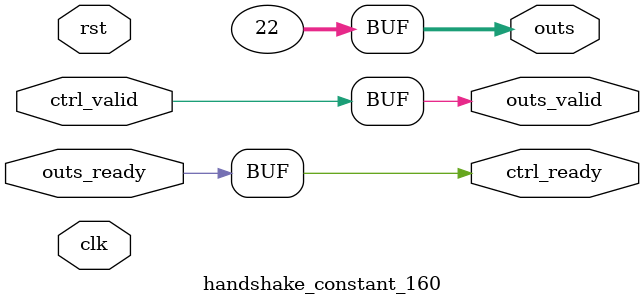
<source format=v>
`timescale 1ns / 1ps
module handshake_constant_160 #(
  parameter DATA_WIDTH = 32  // Default set to 32 bits
) (
  input                       clk,
  input                       rst,
  // Input Channel
  input                       ctrl_valid,
  output                      ctrl_ready,
  // Output Channel
  output [DATA_WIDTH - 1 : 0] outs,
  output                      outs_valid,
  input                       outs_ready
);
  assign outs       = 6'b010110;
  assign outs_valid = ctrl_valid;
  assign ctrl_ready = outs_ready;

endmodule

</source>
